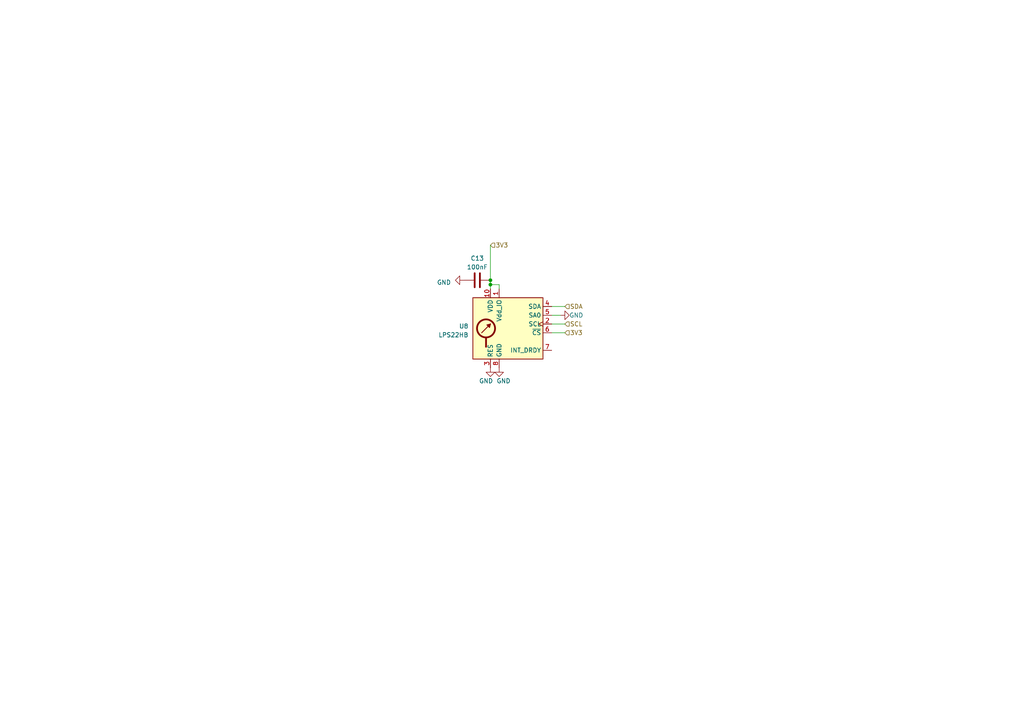
<source format=kicad_sch>
(kicad_sch (version 20230121) (generator eeschema)
  (paper "A4")
  (lib_symbols
    (symbol "Device:C" (pin_numbers hide) (pin_names (offset 0.254))
      (property "Reference" "C" (at 0.635 2.54 0))
      (property "Value" "C" (at 0.635 -2.54 0))
      (symbol "C_0_1"
        (polyline (pts (xy -2.032 -0.762) (xy 2.032 -0.762)) (stroke (width 0.508)))
        (polyline (pts (xy -2.032 0.762) (xy 2.032 0.762)) (stroke (width 0.508)))
      )
      (symbol "C_1_1"
        (pin passive line (at 0 3.81 270) (length 2.794) (name "~") (number "1"))
        (pin passive line (at 0 -3.81 90) (length 2.794) (name "~") (number "2"))
      )
    )
    (symbol "Sensor_Pressure:LPS22HB"
      (property "Reference" "U" (at -11.43 1.27 0))
      (property "Value" "LPS22HB" (at -11.43 -1.27 0))
      (symbol "LPS22HB_0_1"
        (rectangle (start -10.16 10.16) (end 10.16 -7.62) (stroke (width 0.254)) (fill (type background)))
        (circle (center -6.35 1.27) (radius 2.6162) (stroke (width 0.508)))
        (polyline (pts (xy -7.62 0) (xy -5.08 2.54)) (stroke (width 0.254)))
        (polyline (pts (xy -6.35 -1.524) (xy -6.35 -4.064)) (stroke (width 0.508)))
        (polyline (pts (xy -5.08 2.54) (xy -5.334 1.524) (xy -6.096 2.286) (xy -5.08 2.54)) (stroke (width 0.254)) (fill (type outline)))
      )
      (symbol "LPS22HB_1_1"
        (pin power_in line (at -2.54 12.7 270) (length 2.54) (name "Vdd_IO") (number "1"))
        (pin power_in line (at -5.08 12.7 270) (length 2.54) (name "VDD") (number "10"))
        (pin input clock (at 12.7 2.54 180) (length 2.54) (name "SCL") (number "2"))
        (pin passive line (at -5.08 -10.16 90) (length 2.54) (name "RES") (number "3"))
        (pin bidirectional line (at 12.7 7.62 180) (length 2.54) (name "SDA") (number "4"))
        (pin input line (at 12.7 5.08 180) (length 2.54) (name "SA0") (number "5"))
        (pin input line (at 12.7 0 180) (length 2.54) (name "~{CS}") (number "6"))
        (pin output line (at 12.7 -5.08 180) (length 2.54) (name "INT_DRDY") (number "7"))
        (pin power_in line (at -2.54 -10.16 90) (length 2.54) (name "GND") (number "8"))
        (pin passive line (at -2.54 -10.16 90) (length 2.54) hide (name "GND") (number "9"))
      )
    )
    (symbol "power:GND" (power) (pin_names (offset 0))
      (property "Value" "GND" (at 0 -3.81 0))
      (symbol "GND_0_1"
        (polyline (pts (xy 0 0) (xy 0 -1.27) (xy 1.27 -1.27) (xy 0 -2.54) (xy -1.27 -1.27) (xy 0 -1.27)))
      )
      (symbol "GND_1_1"
        (pin power_in line (at 0 0 270) (length 0) hide (name "GND") (number "1"))
      )
    )
  )
  (junction (at 142.24 81.28))
  (junction (at 142.24 82.55))
  (wire (pts (xy 142.24 82.55) (xy 142.24 83.82)))
  (wire (pts (xy 163.83 93.98) (xy 160.02 93.98)))
  (wire (pts (xy 142.24 81.28) (xy 142.24 82.55)))
  (wire (pts (xy 163.83 88.9) (xy 160.02 88.9)))
  (wire (pts (xy 142.24 82.55) (xy 144.78 82.55)))
  (wire (pts (xy 144.78 82.55) (xy 144.78 83.82)))
  (wire (pts (xy 162.56 91.44) (xy 160.02 91.44)))
  (wire (pts (xy 163.83 96.52) (xy 160.02 96.52)))
  (wire (pts (xy 142.24 71.12) (xy 142.24 81.28)))
  (hierarchical_label "3V3" (shape input) (at 163.83 96.52 0))
  (hierarchical_label "SDA" (shape input) (at 163.83 88.9 0))
  (hierarchical_label "SCL" (shape input) (at 163.83 93.98 0))
  (hierarchical_label "3V3" (shape input) (at 142.24 71.12 0))
  (symbol (lib_id "power:GND") (at 134.62 81.28 270) (unit 1)
    (property "Reference" "#PWR050" (effects hide))
    (property "Value" "GND" (at 130.81 81.915 90) (effects (justify right)))
    (instances (project "avc-computer" (path "" (reference "#PWR050") (unit 1))) (project "test" (path "" (reference "#PWR?") (unit 1))))
  )
  (symbol (lib_id "power:GND") (at 162.56 91.44 90) (unit 1)
    (property "Reference" "#PWR053" (effects hide))
    (property "Value" "GND" (at 165.1 91.44 90) (effects (justify right)))
    (instances (project "avc-computer" (path "" (reference "#PWR053") (unit 1))) (project "test" (path "" (reference "#PWR?") (unit 1))))
  )
  (symbol (lib_id "Sensor_Pressure:LPS22HB") (at 147.32 96.52 0) (unit 1)
    (property "Reference" "U8" (at 135.89 94.615 0) (effects (justify right)))
    (property "Value" "LPS22HB" (at 135.89 97.155 0) (effects (justify right)))
    (property "Footprint" "Package_LGA:ST_HLGA-10_2x2mm_P0.5mm_LayoutBorder3x2y" (effects hide))
    (property "Datasheet" "https://www.st.com/resource/en/datasheet/lps22hb.pdf" (effects hide))
    (instances (project "avc-computer" (path "" (reference "U8") (unit 1))) (project "test" (path "" (reference "U?") (unit 1))))
  )
  (symbol (lib_id "Device:C") (at 138.43 81.28 270) (unit 1)
    (property "Reference" "C13" (at 138.43 74.93 90))
    (property "Value" "100nF" (at 138.43 77.47 90))
    (property "Footprint" "Capacitor_SMD:C_0805_2012Metric" (effects hide))
    (instances (project "avc-computer" (path "" (reference "C13") (unit 1))) (project "test" (path "" (reference "C?") (unit 1))))
  )
  (symbol (lib_id "power:GND") (at 142.24 106.68 0) (unit 1)
    (property "Reference" "#PWR051" (effects hide))
    (property "Value" "GND" (at 140.97 110.49 0))
    (instances (project "avc-computer" (path "" (reference "#PWR051") (unit 1))) (project "test" (path "" (reference "#PWR?") (unit 1))))
  )
  (symbol (lib_id "power:GND") (at 144.78 106.68 0) (unit 1)
    (property "Reference" "#PWR052" (effects hide))
    (property "Value" "GND" (at 146.05 110.49 0))
    (instances (project "avc-computer" (path "" (reference "#PWR052") (unit 1))) (project "test" (path "" (reference "#PWR?") (unit 1))))
  )
)
</source>
